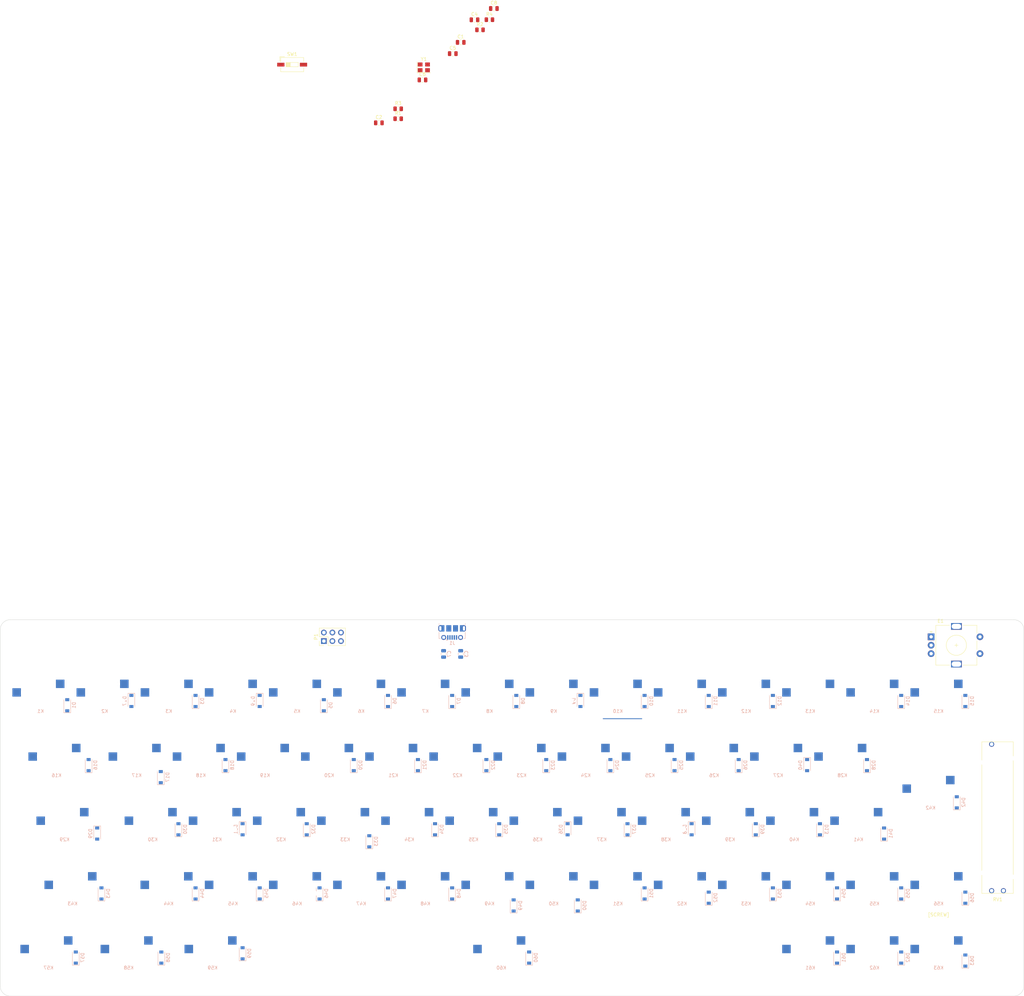
<source format=kicad_pcb>
(kicad_pcb (version 20211014) (generator pcbnew)
  (layers (0 "F.Cu" signal) (31 "B.Cu" signal) (34 "B.Paste" user) (35 "F.Paste" user) (36 "B.SilkS" user "B.Silkscreen") (37 "F.SilkS" user "F.Silkscreen") (38 "B.Mask" user) (39 "F.Mask" user) (44 "Edge.Cuts" user))
  (net 0 "")
  (net 1 "GND")
  (net 2 "XTAL2")
  (net 3 "XTAL1")
  (net 4 "Net-(C3-Pad2)")
  (net 5 "VCC")
  (net 6 "MISO_ROW0")
  (net 7 "Net-(D1-Pad2)")
  (net 8 "MOSI_ROW1")
  (net 9 "Net-(D2-Pad2)")
  (net 10 "SCK_ROW2")
  (net 11 "Net-(D3-Pad2)")
  (net 12 "ROW4")
  (net 13 "Net-(D4-Pad2)")
  (net 14 "Net-(D5-Pad2)")
  (net 15 "ROW3")
  (net 16 "Net-(D6-Pad2)")
  (net 17 "Net-(D7-Pad2)")
  (net 18 "Net-(D8-Pad2)")
  (net 19 "Net-(D9-Pad2)")
  (net 20 "Net-(D10-Pad2)")
  (net 21 "Net-(D11-Pad2)")
  (net 22 "Net-(D12-Pad2)")
  (net 23 "Net-(D13-Pad2)")
  (net 24 "Net-(D14-Pad2)")
  (net 25 "Net-(D15-Pad2)")
  (net 26 "Net-(D16-Pad2)")
  (net 27 "Net-(D17-Pad2)")
  (net 28 "Net-(D18-Pad2)")
  (net 29 "Net-(D19-Pad2)")
  (net 30 "Net-(D20-Pad2)")
  (net 31 "Net-(D21-Pad2)")
  (net 32 "Net-(D22-Pad2)")
  (net 33 "Net-(D23-Pad2)")
  (net 34 "Net-(D24-Pad2)")
  (net 35 "Net-(D25-Pad2)")
  (net 36 "Net-(D26-Pad2)")
  (net 37 "Net-(D27-Pad2)")
  (net 38 "Net-(D28-Pad2)")
  (net 39 "Net-(D29-Pad2)")
  (net 40 "Net-(D30-Pad2)")
  (net 41 "Net-(D31-Pad2)")
  (net 42 "Net-(D32-Pad2)")
  (net 43 "Net-(D33-Pad2)")
  (net 44 "Net-(D34-Pad2)")
  (net 45 "Net-(D35-Pad2)")
  (net 46 "Net-(D36-Pad2)")
  (net 47 "Net-(D37-Pad2)")
  (net 48 "Net-(D38-Pad2)")
  (net 49 "Net-(D39-Pad2)")
  (net 50 "Net-(D40-Pad2)")
  (net 51 "Net-(D41-Pad2)")
  (net 52 "Net-(D42-Pad2)")
  (net 53 "Net-(D43-Pad2)")
  (net 54 "Net-(D44-Pad2)")
  (net 55 "Net-(D45-Pad2)")
  (net 56 "Net-(D46-Pad2)")
  (net 57 "Net-(D47-Pad2)")
  (net 58 "Net-(D48-Pad2)")
  (net 59 "Net-(D49-Pad2)")
  (net 60 "Net-(D50-Pad2)")
  (net 61 "Net-(D51-Pad2)")
  (net 62 "Net-(D52-Pad2)")
  (net 63 "Net-(D53-Pad2)")
  (net 64 "Net-(D54-Pad2)")
  (net 65 "Net-(D55-Pad2)")
  (net 66 "Net-(D56-Pad2)")
  (net 67 "Net-(D57-Pad2)")
  (net 68 "Net-(D58-Pad2)")
  (net 69 "Net-(D59-Pad2)")
  (net 70 "Net-(D60-Pad2)")
  (net 71 "Net-(D61-Pad2)")
  (net 72 "Net-(D62-Pad2)")
  (net 73 "Net-(D63-Pad2)")
  (net 74 "S0")
  (net 75 "S1")
  (net 78 "Net-(J1-Pad2)")
  (net 79 "Net-(J1-Pad3)")
  (net 81 "RST")
  (net 82 "Net-(R2-Pad1)")
  (net 83 "Net-(R3-Pad1)")
  (net 84 "Net-(R4-Pad2)")
  (footprint "MX_Only:MXOnly-1U-Hotswap" (layer "F.Cu") (at 228.9175 295.91)
    (fp_text reference "K21")
    (fp_text value "KEYSW")
  )
  (footprint "MX_Only:MXOnly-1U-Hotswap" (layer "F.Cu") (at 267.0175 295.91)
    (fp_text reference "K23")
    (fp_text value "KEYSW")
  )
  (footprint "MX_Only:MXOnly-1U-Hotswap" (layer "F.Cu") (at 195.58 314.96)
    (fp_text reference "K32")
    (fp_text value "KEYSW")
  )
  (footprint "MX_Only:MXOnly-1U-Hotswap" (layer "F.Cu") (at 390.8425 353.06)
    (fp_text reference "K63")
    (fp_text value "KEYSW")
  )
  (footprint "MX_Only:MXOnly-1U-Hotswap" (layer "F.Cu") (at 176.53 314.96)
    (fp_text reference "K31")
    (fp_text value "KEYSW")
  )
  (footprint "MX_Only:MXOnly-1U-Hotswap" (layer "F.Cu") (at 238.4425 334.01)
    (fp_text reference "K48")
    (fp_text value "KEYSW")
  )
  (footprint "MX_Only:MXOnly-1U-Hotswap" (layer "F.Cu") (at 371.7925 353.06)
    (fp_text reference "K62")
    (fp_text value "KEYSW")
  )
  (footprint "MX_Only:MXOnly-1U-Hotswap" (layer "F.Cu") (at 162.2425 276.86)
    (fp_text reference "K3")
    (fp_text value "KEYSW")
  )
  (footprint "MX_Only:MXOnly-1U-Hotswap" (layer "F.Cu") (at 333.6925 276.86)
    (fp_text reference "K12")
    (fp_text value "KEYSW")
  )
  (footprint "MX_Only:MXOnly-1.25U-Hotswap" (layer "F.Cu") (at 126.52375 353.06)
    (fp_text reference "K57")
    (fp_text value "KEYSW")
  )
  (footprint "MX_Only:MXOnly-1U-Hotswap" (layer "F.Cu") (at 314.6425 276.86)
    (fp_text reference "K11")
    (fp_text value "KEYSW")
  )
  (footprint "MX_Only:MXOnly-1U-Hotswap" (layer "F.Cu") (at 276.5425 334.01)
    (fp_text reference "K50")
    (fp_text value "KEYSW")
  )
  (footprint "MX_Only:MXOnly-1U-Hotswap" (layer "F.Cu") (at 247.9675 295.91)
    (fp_text reference "K22")
    (fp_text value "KEYSW")
  )
  (footprint "MX_Only:MXOnly-1.75U-Hotswap" (layer "F.Cu") (at 131.28625 314.96)
    (fp_text reference "K29")
    (fp_text value "KEYSW")
  )
  (footprint "Button_Switch_Keyboard:potentiometer_slider_45mm" (layer "F.Cu") (at 415.29 334.01 90)
    (fp_text reference "RV1")
    (fp_text value "R_POT")
  )
  (footprint "MX_Only:MXOnly-1U-Hotswap" (layer "F.Cu") (at 295.5925 334.01)
    (fp_text reference "K51")
    (fp_text value "KEYSW")
  )
  (footprint "MX_Only:MXOnly-1U-Hotswap" (layer "F.Cu") (at 305.1175 295.91)
    (fp_text reference "K25")
    (fp_text value "KEYSW")
  )
  (footprint "MX_Only:MXOnly-1U-Hotswap" (layer "F.Cu") (at 333.6925 334.01)
    (fp_text reference "K53")
    (fp_text value "KEYSW")
  )
  (footprint "MX_Only:MXOnly-1U-Hotswap" (layer "F.Cu") (at 271.78 314.96)
    (fp_text reference "K36")
    (fp_text value "KEYSW")
  )
  (footprint "MX_Only:MXOnly-1U-Hotswap" (layer "F.Cu") (at 347.98 314.96)
    (fp_text reference "K40")
    (fp_text value "KEYSW")
  )
  (footprint "MX_Only:MXOnly-1U-Hotswap" (layer "F.Cu") (at 162.18375 334.01)
    (fp_text reference "K44")
    (fp_text value "KEYSW")
  )
  (footprint "MX_Only:MXOnly-1U-Hotswap" (layer "F.Cu") (at 352.7425 334.01)
    (fp_text reference "K54")
    (fp_text value "KEYSW")
  )
  (footprint "MX_Only:MXOnly-1U-Hotswap" (layer "F.Cu") (at 324.1675 295.91)
    (fp_text reference "K26")
    (fp_text value "KEYSW")
  )
  (footprint "MX_Only:MXOnly-1U-Hotswap" (layer "F.Cu") (at 390.8425 276.86)
    (fp_text reference "K15")
    (fp_text value "KEYSW")
  )
  (footprint "Resistor_SMD:R_0805_2012Metric" (layer "F.Cu") (at 257.45 74.55)
    (fp_text reference "R4")
    (fp_text value "10k")
  )
  (footprint "MX_Only:MXOnly-6.25U-Hotswap-ReversedStabilizers" (layer "F.Cu") (at 260.99 353.06)
    (fp_text reference "K60")
    (fp_text value "KEYSW")
  )
  (footprint "MX_Only:MXOnly-1U-Hotswap" (layer "F.Cu") (at 362.2675 295.91)
    (fp_text reference "K28")
    (fp_text value "KEYSW")
  )
  (footprint "MX_Only:MXOnly-1U-Hotswap" (layer "F.Cu") (at 190.8175 295.91)
    (fp_text reference "K19")
    (fp_text value "KEYSW")
  )
  (footprint "Crystal:Crystal_SMD_3225-4Pin_3.2x2.5mm" (layer "F.Cu") (at 237.97 88.7)
    (fp_text reference "Y1")
    (fp_text value "Crystal_GND24")
  )
  (footprint "MX_Only:MXOnly-1U-Hotswap" (layer "F.Cu") (at 286.0675 295.91)
    (fp_text reference "K24")
    (fp_text value "KEYSW")
  )
  (footprint "MX_Only:MXOnly-1U-Hotswap" (layer "F.Cu") (at 214.63 314.96)
    (fp_text reference "K33")
    (fp_text value "KEYSW")
  )
  (footprint "Connector_PinHeader_2.54mm:PinHeader_2x03_P2.54mm_Vertical" (layer "F.Cu") (at 208.28 259.08 90)
    (fp_text reference "P1")
    (fp_text value "AVR-ISP-6")
  )
  (footprint "MX_Only:MXOnly-ISO-Hotswap" (layer "F.Cu") (at 388.46125 305.435)
    (fp_text reference "K42")
    (fp_text value "KEYSW")
  )
  (footprint "Capacitor_SMD:C_0805_2012Metric" (layer "F.Cu") (at 237.57 92.43)
    (fp_text reference "C6")
    (fp_text value "100n")
  )
  (footprint "Resistor_SMD:R_0805_2012Metric" (layer "F.Cu") (at 230.35 103.96)
    (fp_text reference "R1")
    (fp_text value "10k")
  )
  (footprint "MX_Only:MXOnly-1U-Hotswap" (layer "F.Cu") (at 352.7425 353.06)
    (fp_text reference "K61")
    (fp_text value "KEYSW")
  )
  (footprint "MX_Only:MXOnly-1.25U-Hotswap" (layer "F.Cu") (at 150.33625 353.06)
    (fp_text reference "K58")
    (fp_text value "KEYSW")
  )
  (footprint "MX_Only:MXOnly-1U-Hotswap" (layer "F.Cu") (at 209.8675 295.91)
    (fp_text reference "K20")
    (fp_text value "KEYSW")
  )
  (footprint "Button_Switch_SMD:SW_DIP_SPSTx01_Slide_6.7x4.1mm_W6.73mm_P2.54mm_LowProfile_JPin" (layer "F.Cu") (at 198.87 87.9)
    (fp_text reference "SW1")
    (fp_text value "SW_PUSH")
  )
  (footprint "MX_Only:MXOnly-1U-Hotswap" (layer "F.Cu") (at 233.68 314.96)
    (fp_text reference "K34")
    (fp_text value "KEYSW")
  )
  (footprint "MX_Only:MXOnly-1U-Hotswap" (layer "F.Cu") (at 371.7925 334.01)
    (fp_text reference "K55")
    (fp_text value "KEYSW")
  )
  (footprint "MX_Only:MXOnly-1U-Hotswap" (layer "F.Cu") (at 371.7925 276.86)
    (fp_text reference "K14")
    (fp_text value "KEYSW")
  )
  (footprint "MX_Only:MXOnly-1.25U-Hotswap" (layer "F.Cu") (at 175.26 353.06)
    (fp_text reference "K59")
    (fp_text value "KEYSW")
  )
  (footprint "MX_Only:MXOnly-1U-Hotswap" (layer "F.Cu") (at 200.3425 334.01)
    (fp_text reference "K46")
    (fp_text value "KEYSW")
  )
  (footprint "MX_Only:MXOnly-1U-Hotswap" (layer "F.Cu") (at 252.73 314.96)
    (fp_text reference "K35")
    (fp_text value "KEYSW")
  )
  (footprint "Resistor_SMD:R_0805_2012Metric" (layer "F.Cu") (at 230.35 101.01)
    (fp_text reference "R3")
    (fp_text value "22")
  )
  (footprint "Capacitor_SMD:C_0805_2012Metric" (layer "F.Cu") (at 258.77 71.23)
    (fp_text reference "C8")
    (fp_text value "100n")
  )
  (footprint "MX_Only:MXOnly-1.5U-Hotswap" (layer "F.Cu") (at 128.905 295.91)
    (fp_text reference "K16")
    (fp_text value "KEYSW")
  )
  (footprint "MX_Only:MXOnly-1U-Hotswap" (layer "F.Cu") (at 143.1925 276.86)
    (fp_text reference "K2")
    (fp_text value "KEYSW")
  )
  (footprint "MX_Only:MXOnly-1U-Hotswap" (layer "F.Cu") (at 290.83 314.96)
    (fp_text reference "K37")
    (fp_text value "KEYSW")
  )
  (footprint "MountingHole:MountingHole_2.2mm_M2" (layer "F.Cu") (at 390.8425 343.535)
    (fp_text reference "[SCREW]")
    (fp_text value "MountingHole_2.2mm_M2")
  )
  (footprint "MX_Only:MXOnly-1U-Hotswap" (layer "F.Cu") (at 124.1425 276.86)
    (fp_text reference "K1")
    (fp_text value "KEYSW")
  )
  (footprint "MX_Only:MXOnly-1U-Hotswap" (layer "F.Cu") (at 367.03 314.96)
    (fp_text reference "K41")
    (fp_text value "KEYSW")
  )
  (footprint "MX_Only:MXOnly-1U-Hotswap" (layer "F.Cu") (at 152.7175 295.91)
    (fp_text reference "K17")
    (fp_text value "KEYSW")
  )
  (footprint "MX_Only:MXOnly-1U-Hotswap" (layer "F.Cu") (at 257.4925 334.01)
    (fp_text reference "K49")
    (fp_text value "KEYSW")
  )
  (footprint "MX_Only:MXOnly-1U-Hotswap" (layer "F.Cu") (at 314.6425 334.01)
    (fp_text reference "K52")
    (fp_text value "KEYSW")
  )
  (footprint "MX_Only:MXOnly-1U-Hotswap" (layer "F.Cu") (at 219.3925 276.86)
    (fp_text reference "K6")
    (fp_text value "KEYSW")
  )
  (footprint "MX_Only:MXOnly-1U-Hotswap" (layer "F.Cu") (at 181.2925 276.86)
    (fp_text reference "K4")
    (fp_text value "KEYSW")
  )
  (footprint "Capacitor_SMD:C_0805_2012Metric" (layer "F.Cu") (at 253.02 74.58)
    (fp_text reference "C4")
    (fp_text value "4.7u")
  )
  (footprint "MX_Only:MXOnly-1U-Hotswap" (layer "F.Cu") (at 200.3425 276.86)
    (fp_text reference "K5")
    (fp_text value "KEYSW")
  )
  (footprint "MX_Only:MXOnly-1U-Hotswap" (layer "F.Cu") (at 343.2175 295.91)
    (fp_text reference "K27")
    (fp_text value "KEYSW")
  )
  (footprint "MX_Only:MXOnly-1U-Hotswap" (layer "F.Cu") (at 171.7675 295.91)
    (fp_text reference "K18")
    (fp_text value "KEYSW")
  )
  (footprint "Resistor_SMD:R_0805_2012Metric" (layer "F.Cu") (at 254.65 77.56)
    (fp_text reference "R2")
    (fp_text value "22")
  )
  (footprint "Rotary_Encoder:RotaryEncoder_Alps_EC11E-Switch_Vertical_H20mm" (layer "F.Cu") (at 388.62 257.81)
    (fp_text reference "E1")
    (fp_text value "Rotary_Encoder_Switch")
  )
  (footprint "MX_Only:MXOnly-1U-Hotswap" (layer "F.Cu") (at 238.4425 276.86)
    (fp_text reference "K7")
    (fp_text value "KEYSW")
  )
  (footprint "Capacitor_SMD:C_0805_2012Metric" (layer "F.Cu") (at 224.62 105.18)
    (fp_text reference "C2")
    (fp_text value "22p")
  )
  (footprint "MX_Only:MXOnly-1U-Hotswap" (layer "F.Cu") (at 276.5425 276.86)
    (fp_text reference "K9")
    (fp_text value "KEYSW")
  )
  (footprint "MX_Only:MXOnly-1U-Hotswap" (layer "F.Cu") (at 157.48 314.96)
    (fp_text reference "K30")
    (fp_text value "KEYSW")
  )
  (footprint "MX_Only:MXOnly-1U-Hotswap" (layer "F.Cu") (at 257.4925 276.86)
    (fp_text reference "K8")
    (fp_text value "KEYSW")
  )
  (footprint "Capacitor_SMD:C_0805_2012Metric" (layer "F.Cu") (at 246.57 84.63)
    (fp_text reference "C5")
    (fp_text value "100n")
  )
  (footprint "Capacitor_SMD:C_0805_2012Metric" (layer "F.Cu") (at 248.92 81.28)
    (fp_text reference "C1")
    (fp_text value "22p")
  )
  (footprint "MX_Only:MXOnly-1U-Hotswap" (layer "F.Cu") (at 328.93 314.96)
    (fp_text reference "K39")
    (fp_text value "KEYSW")
  )
  (footprint "MX_Only:MXOnly-1U-Hotswap" (layer "F.Cu") (at 390.8425 334.01)
    (fp_text reference "K56")
    (fp_text value "KEYSW")
  )
  (footprint "MX_Only:MXOnly-1U-Hotswap" (layer "F.Cu") (at 352.7425 276.86)
    (fp_text reference "K13")
    (fp_text value "KEYSW")
  )
  (footprint "MX_Only:MXOnly-1U-Hotswap" (layer "F.Cu") (at 181.2925 334.01)
    (fp_text reference "K45")
    (fp_text value "KEYSW")
  )
  (footprint "MX_Only:MXOnly-1U-Hotswap" (layer "F.Cu") (at 219.3925 334.01)
    (fp_text reference "K47")
    (fp_text value "KEYSW")
  )
  (footprint "MX_Only:MXOnly-1U-Hotswap" (layer "F.Cu") (at 295.5925 276.86)
    (fp_text reference "K10")
    (fp_text value "KEYSW")
  )
  (footprint "MX_Only:MXOnly-1U-Hotswap" (layer "F.Cu") (at 309.88 314.96)
    (fp_text reference "K38")
    (fp_text value "KEYSW")
  )
  (footprint "MX_Only:MXOnly-2U-Hotswap-ReversedStabilizers" (layer "F.Cu") (at 133.6675 334.01)
    (fp_text reference "K43")
    (fp_text value "KEYSW")
  )
  (footprint "Diode_SMD:D_SOD-123" (layer "B.Cu") (at 260.35 314.96 90)
    (fp_text reference "D35")
    (fp_text value "D")
  )
  (footprint "Diode_SMD:D_SOD-123" (layer "B.Cu") (at 132.08 278.13 90)
    (fp_text reference "D1")
    (fp_text value "D")
  )
  (footprint "Diode_SMD:D_SOD-123" (layer "B.Cu") (at 184.15 351.79 90)
    (fp_text reference "D59")
    (fp_text value "D")
  )
  (footprint "Diode_SMD:D_SOD-123" (layer "B.Cu") (at 236.22 295.91 90)
    (fp_text reference "D21")
    (fp_text value "D")
  )
  (footprint "Diode_SMD:D_SOD-123" (layer "B.Cu") (at 312.42 295.91 90)
    (fp_text reference "D25")
    (fp_text value "D")
  )
  (footprint "Diode_SMD:D_SOD-123" (layer "B.Cu") (at 159.86125 299.47875 90)
    (fp_text reference "D17")
    (fp_text value "D")
  )
  (footprint "Diode_SMD:D_SOD-123" (layer "B.Cu") (at 160.02 353.06 90)
    (fp_text reference "D58")
    (fp_text value "D")
  )
  (footprint "Diode_SMD:D_SOD-123" (layer "B.Cu") (at 189.23 334.01 90)
    (fp_text reference "D45")
    (fp_text value "D")
  )
  (footprint "Diode_SMD:D_SOD-123" (layer "B.Cu") (at 379.73 276.86 90)
    (fp_text reference "D14")
    (fp_text value "D")
  )
  (footprint "Diode_SMD:D_SOD-123" (layer "B.Cu") (at 341.63 276.86 90)
    (fp_text reference "D12")
    (fp_text value "D")
  )
  (footprint "Diode_SMD:D_SOD-123" (layer "B.Cu") (at 322.58 335.28 90)
    (fp_text reference "D52")
    (fp_text value "D")
  )
  (footprint "Diode_SMD:D_SOD-123" (layer "B.Cu") (at 398.78 353.95 90)
    (fp_text reference "D63")
    (fp_text value "D")
  )
  (footprint "Diode_SMD:D_SOD-123" (layer "B.Cu") (at 246.38 276.86 90)
    (fp_text reference "D7")
    (fp_text value "D")
  )
  (footprint "Capacitor_SMD:C_0805_2012Metric" (layer "B.Cu") (at 243.84 262.89 90)
    (fp_text reference "C7")
    (fp_text value "100n")
  )
  (footprint "Diode_SMD:D_SOD-123" (layer "B.Cu") (at 355.6 314.96 90)
    (fp_text reference "D13")
    (fp_text value "D")
  )
  (footprint "Diode_SMD:D_SOD-123" (layer "B.Cu") (at 303.53 276.86 90)
    (fp_text reference "D10")
    (fp_text value "D")
  )
  (footprint "Diode_SMD:D_SOD-123" (layer "B.Cu") (at 351.79 295.91 -90)
    (fp_text reference "D40")
    (fp_text value "D")
  )
  (footprint "Diode_SMD:D_SOD-123" (layer "B.Cu") (at 221.77375 318.531875 90)
    (fp_text reference "D33")
    (fp_text value "D")
  )
  (footprint "Diode_SMD:D_SOD-123" (layer "B.Cu") (at 151.13 276.86 -90)
    (fp_text reference "D17")
    (fp_text value "D")
  )
  (footprint "Diode_SMD:D_SOD-123" (layer "B.Cu") (at 379.73 353.06 90)
    (fp_text reference "D62")
    (fp_text value "D")
  )
  (footprint "Diode_SMD:D_SOD-123" (layer "B.Cu") (at 217.17 295.91 90)
    (fp_text reference "D20")
    (fp_text value "D")
  )
  (footprint "Diode_SMD:D_SOD-123" (layer "B.Cu") (at 341.63 334.01 90)
    (fp_text reference "D53")
    (fp_text value "D")
  )
  (footprint "Diode_SMD:D_SOD-123" (layer "B.Cu") (at 241.3 314.96 90)
    (fp_text reference "D34")
    (fp_text value "D")
  )
  (footprint "Diode_SMD:D_SOD-123" (layer "B.Cu") (at 284.48 276.86 -90)
    (fp_text reference "D9")
    (fp_text value "D")
  )
  (footprint "Diode_SMD:D_SOD-123" (layer "B.Cu") (at 208.28 278.13 90)
    (fp_text reference "D5")
    (fp_text value "D")
  )
  (footprint "Diode_SMD:D_SOD-123" (layer "B.Cu") (at 184.15 314.96 -90)
    (fp_text reference "D31")
    (fp_text value "D")
  )
  (footprint "Diode_SMD:D_SOD-123" (layer "B.Cu") (at 360.68 334.01 90)
    (fp_text reference "D54")
    (fp_text value "D")
  )
  (footprint "Diode_SMD:D_SOD-123" (layer "B.Cu") (at 246.38 334.01 90)
    (fp_text reference "D48")
    (fp_text value "D")
  )
  (footprint "Diode_SMD:D_SOD-123" (layer "B.Cu") (at 336.55 314.96 90)
    (fp_text reference "D39")
    (fp_text value "D")
  )
  (footprint "Diode_SMD:D_SOD-123" (layer "B.Cu") (at 227.33 334.01 90)
    (fp_text reference "D47")
    (fp_text value "D")
  )
  (footprint "Diode_SMD:D_SOD-123" (layer "B.Cu") (at 269.24 353.06 90)
    (fp_text reference "D60")
    (fp_text value "D")
  )
  (footprint "Diode_SMD:D_SOD-123" (layer "B.Cu") (at 189.23 276.86 -90)
    (fp_text reference "D19")
    (fp_text value "D")
  )
  (footprint "Diode_SMD:D_SOD-123" (layer "B.Cu") (at 179.07 295.91 90)
    (fp_text reference "D18")
    (fp_text value "D")
  )
  (footprint "Diode_SMD:D_SOD-123" (layer "B.Cu") (at 227.33 276.86 90)
    (fp_text reference "D6")
    (fp_text value "D")
  )
  (footprint "Diode_SMD:D_SOD-123" (layer "B.Cu") (at 170.18 334.01 90)
    (fp_text reference "D44")
    (fp_text value "D")
  )
  (footprint "Diode_SMD:D_SOD-123" (layer "B.Cu") (at 303.53 334.01 90)
    (fp_text reference "D51")
    (fp_text value "D")
  )
  (footprint "Diode_SMD:D_SOD-123" (layer "B.Cu") (at 170.18 276.86 90)
    (fp_text reference "D3")
    (fp_text value "D")
  )
  (footprint "Diode_SMD:D_SOD-123" (layer "B.Cu") (at 298.45 314.96 90)
    (fp_text reference "D37")
    (fp_text value "D")
  )
  (footprint "Diode_SMD:D_SOD-123" (layer "B.Cu") (at 317.5 314.96 -90)
    (fp_text reference "D38")
    (fp_text value "D")
  )
  (footprint "Diode_SMD:D_SOD-123" (layer "B.Cu") (at 374.65 316.23 90)
    (fp_text reference "D41")
    (fp_text value "D")
  )
  (footprint "Diode_SMD:D_SOD-123" (layer "B.Cu") (at 398.78 276.86 90)
    (fp_text reference "D15")
    (fp_text value "D")
  )
  (footprint "Diode_SMD:D_SOD-123" (layer "B.Cu") (at 293.37 295.91 90)
    (fp_text reference "D24")
    (fp_text value "D")
  )
  (footprint "Diode_SMD:D_SOD-123" (layer "B.Cu") (at 280.67 314.96 -90)
    (fp_text reference "D36")
    (fp_text value "D")
  )
  (footprint "Diode_SMD:D_SOD-123" (layer "B.Cu") (at 203.2 314.96 90)
    (fp_text reference "D32")
    (fp_text value "D")
  )
  (footprint "Diode_SMD:D_SOD-123" (layer "B.Cu") (at 274.32 295.91 90)
    (fp_text reference "D23")
    (fp_text value "D")
  )
  (footprint "Diode_SMD:D_SOD-123" (layer "B.Cu") (at 207.01 334.01 90)
    (fp_text reference "D46")
    (fp_text value "D")
  )
  (footprint "Diode_SMD:D_SOD-123" (layer "B.Cu") (at 140.97 316.23 -90)
    (fp_text reference "D29")
    (fp_text value "D")
  )
  (footprint "Capacitor_SMD:C_0805_2012Metric" (layer "B.Cu") (at 248.92 262.89 90)
    (fp_text reference "C3")
    (fp_text value "1u")
  )
  (footprint "Diode_SMD:D_SOD-123" (layer "B.Cu") (at 138.43 295.91 90)
    (fp_text reference "D16")
    (fp_text value "D")
  )
  (footprint "Diode_SMD:D_SOD-123" (layer "B.Cu") (at 142.24 334.01 90)
    (fp_text reference "D43")
    (fp_text value "D")
  )
  (footprint "Diode_SMD:D_SOD-123" (layer "B.Cu") (at 165.1 314.96 90)
    (fp_text reference "D30")
    (fp_text value "D")
  )
  (footprint "Diode_SMD:D_SOD-123" (layer "B.Cu") (at 379.73 334.01 90)
    (fp_text reference "D55")
    (fp_text value "D")
  )
  (footprint "Diode_SMD:D_SOD-123" (layer "B.Cu") (at 396.24 306.96 90)
    (fp_text reference "D42")
    (fp_text value "D")
  )
  (footprint "Diode_SMD:D_SOD-123" (layer "B.Cu") (at 322.58 276.86 90)
    (fp_text reference "D11")
    (fp_text value "D")
  )
  (footprint "Diode_SMD:D_SOD-123" (layer "B.Cu") (at 369.57 295.91 90)
    (fp_text reference "D28")
    (fp_text value "D")
  )
  (footprint "Diode_SMD:D_SOD-123" (layer "B.Cu") (at 256.54 295.91 90)
    (fp_text reference "D22")
    (fp_text value "D")
  )
  (footprint "Diode_SMD:D_SOD-123" (layer "B.Cu") (at 134.62 353.06 90)
    (fp_text reference "D57")
    (fp_text value "D")
  )
  (footprint "Diode_SMD:D_SOD-123" (layer "B.Cu") (at 283.68625 337.581875 90)
    (fp_text reference "D50")
    (fp_text value "D")
  )
  (footprint "Diode_SMD:D_SOD-123" (layer "B.Cu") (at 360.68 353.06 90)
    (fp_text reference "D61")
    (fp_text value "D")
  )
  (footprint "Connector_USB:USB_Micro-B_Molex-105017-0001" (layer "B.Cu") (at 246.38 256.54)
    (fp_text reference "J1")
    (fp_text value "USB_B_Micro")
  )
  (footprint "Diode_SMD:D_SOD-123" (layer "B.Cu") (at 398.78 335.28 90)
    (fp_text reference "D56")
    (fp_text value "D")
  )
  (footprint "Diode_SMD:D_SOD-123" (layer "B.Cu") (at 264.63625 337.581875 90)
    (fp_text reference "D49")
    (fp_text value "D")
  )
  (footprint "Diode_SMD:D_SOD-123" (layer "B.Cu") (at 331.47 295.91 90)
    (fp_text reference "D26")
    (fp_text value "D")
  )
  (footprint "Diode_SMD:D_SOD-123" (layer "B.Cu") (at 265.43 276.86 90)
    (fp_text reference "D8")
    (fp_text value "D")
  )
  (gr_line (start 112.16 361.49) (end 112.16 255.73) (layer "Edge.Cuts") (width 0.1))
  (gr_arc (start 115.16 364.49) (mid 113.03868 363.61132) (end 112.16 361.49) (layer "Edge.Cuts") (width 0.1))
  (gr_line (start 416.16 255.73) (end 416.16 361.49) (layer "Edge.Cuts") (width 0.1))
  (gr_arc (start 413.16 252.73) (mid 415.281322 253.608679) (end 416.16 255.73) (layer "Edge.Cuts") (width 0.1))
  (gr_line (start 115.16 252.73) (end 413.16 252.73) (layer "Edge.Cuts") (width 0.1))
  (gr_arc (start 416.16 361.49) (mid 415.281319 363.611317) (end 413.16 364.49) (layer "Edge.Cuts") (width 0.1))
  (gr_arc (start 112.16 255.73) (mid 113.03868 253.60868) (end 115.16 252.73) (layer "Edge.Cuts") (width 0.1))
  (gr_line (start 413.16 364.49) (end 115.16 364.49) (layer "Edge.Cuts") (width 0.1))
  (segment (start 291.23 282.12875) (end 302.689375 282.12875) (width 0.254) (layer "B.Cu") (net 6))
)
</source>
